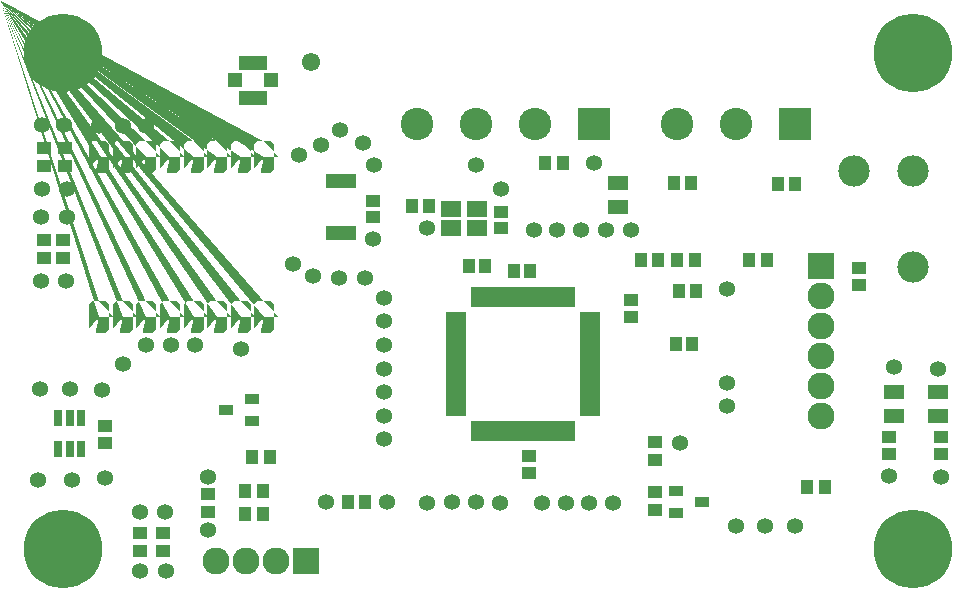
<source format=gts>
G04 DesignSpark PCB Gerber Version 10.0 Build 5299*
G04 #@! TF.Part,Single*
G04 #@! TF.FileFunction,Soldermask,Top*
G04 #@! TF.FilePolarity,Negative*
%FSLAX35Y35*%
%MOIN*%
G04 #@! TA.AperFunction,SMDPad,CuDef*
%ADD103R,0.02457X0.04543*%
%ADD102R,0.03165X0.05724*%
%ADD83R,0.03200X0.06900*%
%ADD92R,0.04071X0.04858*%
%ADD87R,0.04346X0.04937*%
G04 #@! TA.AperFunction,ComponentPad*
%ADD99R,0.10800X0.10800*%
%ADD94R,0.09000X0.09000*%
%ADD96C,0.05331*%
G04 #@! TA.AperFunction,SMDPad,CuDef*
%ADD84R,0.06900X0.03200*%
%ADD89R,0.05134X0.03362*%
%ADD91R,0.04858X0.04071*%
%ADD88R,0.04937X0.04346*%
%ADD93R,0.06512X0.04543*%
G04 #@! TA.AperFunction,ComponentPad*
%ADD98C,0.06118*%
%ADD95C,0.09000*%
%ADD101C,0.10449*%
%ADD100C,0.10800*%
%AMT82*0 Rounded Rectangle Pad at angle 0*4,1,60,-0.01191,-0.05421,0.01191,-0.05421,0.01444,-0.05407,0.01694,-0.05365,0.01937,-0.05294,0.02172,-0.05198,0.02394,-0.05075,0.02601,-0.04928,0.02790,-0.04759,0.02959,-0.04570,0.03106,-0.04363,0.03228,-0.04141,0.03326,-0.03907,0.03396,-0.03663,0.03439,-0.03413,0.03453,-0.03159,0.03453,0.03159,0.03439,0.03412,0.03396,0.03662,0.03326,0.03906,0.03229,0.04140,0.03106,0.04362,0.02959,0.04569,0.02791,0.04758,0.02602,0.04927,0.02395,0.05074,0.02173,0.05197,0.01939,0.05294,0.01695,0.05365,0.01445,0.05407,0.01191,0.05421,-0.01191,0.05421,-0.01444,0.05407,-0.01694,0.05365,-0.01937,0.05294,-0.02172,0.05198,-0.02394,0.05075,-0.02601,0.04928,-0.02790,0.04759,-0.02959,0.04570,-0.03106,0.04363,-0.03228,0.04141,-0.03326,0.03907,-0.03396,0.03663,-0.03439,0.03413,-0.03453,0.03159,-0.03453,-0.03159,-0.03439,-0.03412,-0.03396,-0.03662,-0.03326,-0.03906,-0.03229,-0.04140,-0.03106,-0.04362,-0.02959,-0.04569,-0.02791,-0.04758,-0.02602,-0.04927,-0.02395,-0.05074,-0.02173,-0.05197,-0.01939,-0.05294,-0.01695,-0.05365,-0.01445,-0.05407,-0.01191,-0.05421,0*%
%ADD82T82*%
G04 #@! TA.AperFunction,SMDPad,CuDef*
%ADD86R,0.05134X0.04937*%
%ADD85R,0.09661X0.05134*%
%ADD90R,0.06512X0.05724*%
G04 #@! TA.AperFunction,ComponentPad*
%ADD97C,0.26197*%
G04 #@! TD.AperFunction*
X0Y0D02*
D02*
D82*
X28203Y93557D03*
Y146707D03*
X36077Y93557D03*
Y146707D03*
X43951Y93557D03*
Y146707D03*
X51825Y93557D03*
Y146707D03*
X59699Y93557D03*
Y146707D03*
X67573Y93557D03*
Y146707D03*
X75447Y93557D03*
Y146707D03*
X83321Y93557D03*
Y146707D03*
D02*
D83*
X153793Y55368D03*
Y100250D03*
X156943Y55368D03*
Y100250D03*
X160093Y55368D03*
Y100250D03*
X163242Y55368D03*
Y100250D03*
X166392Y55368D03*
Y100250D03*
X169541Y55368D03*
Y100250D03*
X172691Y55368D03*
Y100250D03*
X175841Y55368D03*
Y100250D03*
X178990Y55368D03*
Y100250D03*
X182140Y55368D03*
Y100250D03*
X185289Y55368D03*
Y100250D03*
D02*
D84*
X147100Y62061D03*
Y65211D03*
Y68360D03*
Y71510D03*
Y74659D03*
Y77809D03*
Y80959D03*
Y84108D03*
Y87258D03*
Y90407D03*
Y93557D03*
X191982Y62061D03*
Y65211D03*
Y68360D03*
Y71510D03*
Y74659D03*
Y77809D03*
Y80959D03*
Y84108D03*
Y87258D03*
Y90407D03*
Y93557D03*
D02*
D85*
X79384Y166490D03*
Y178104D03*
D02*
D86*
X73498Y172297D03*
X85388D03*
D02*
D87*
X76825Y27809D03*
Y35289D03*
X79187Y46707D03*
X82730Y27809D03*
Y35289D03*
X85093Y46707D03*
X111077Y31746D03*
X116982D03*
X176825Y144738D03*
X182730D03*
X208715Y112455D03*
X214620D03*
X219738Y138045D03*
X220919Y112455D03*
X225644Y138045D03*
X226825Y112455D03*
X244935D03*
X250841D03*
X254384Y137652D03*
X260289D03*
X264226Y36864D03*
X270132D03*
D02*
D88*
X9699Y113045D03*
Y118951D03*
Y143754D03*
Y149659D03*
X15998Y113045D03*
Y118951D03*
X16785Y143754D03*
Y149659D03*
X41982Y15407D03*
Y21313D03*
X49463Y15407D03*
Y21313D03*
X64423Y28400D03*
Y34305D03*
X213636Y29187D03*
Y35093D03*
Y45722D03*
Y51628D03*
X281352Y103990D03*
Y109896D03*
X291589Y47691D03*
Y53596D03*
X308911Y47691D03*
Y53596D03*
D02*
D89*
X70329Y62455D03*
X78990Y58715D03*
Y66195D03*
X220329Y28006D03*
Y35486D03*
X228990Y31746D03*
D02*
D90*
X145526Y123085D03*
Y129384D03*
X154187Y123085D03*
Y129384D03*
D02*
D91*
X30171Y51431D03*
Y56943D03*
X119541Y126628D03*
Y132140D03*
X162061Y123085D03*
Y128596D03*
X171510Y41589D03*
Y47100D03*
X205368Y93557D03*
Y99069D03*
D02*
D92*
X132533Y130565D03*
X138045D03*
X151431Y110486D03*
X156943D03*
X166392Y108911D03*
X171904D03*
X220329Y84502D03*
X221510Y102219D03*
X225841Y84502D03*
X227022Y102219D03*
D02*
D93*
X201037Y130171D03*
Y138045D03*
X293163Y60486D03*
Y68360D03*
X307730Y60486D03*
Y68360D03*
D02*
D94*
X97100Y12061D03*
X268754Y110486D03*
D02*
D95*
X67100Y12061D03*
X77100D03*
X87100D03*
X268754Y60486D03*
Y70486D03*
Y80486D03*
Y90486D03*
Y100486D03*
D02*
D96*
X7730Y39226D03*
X8518Y69541D03*
X8911Y105368D03*
Y126628D03*
X9305Y136077D03*
Y157337D03*
X16392D03*
X17179Y105368D03*
X17573Y126628D03*
Y136077D03*
X18360Y69541D03*
X19148Y39226D03*
X28203Y156943D03*
X28990Y69148D03*
X30171Y39620D03*
X36077Y77809D03*
Y156943D03*
X41982Y8911D03*
Y28596D03*
X43951Y84108D03*
Y156943D03*
X50250Y28596D03*
X50644Y8911D03*
X52219Y84108D03*
X59699Y156943D03*
X60093Y84108D03*
X64423Y22297D03*
Y40014D03*
X67573Y156943D03*
X75447Y82927D03*
X92770Y111274D03*
X94738Y147494D03*
X99463Y106943D03*
X102219Y150644D03*
X103793Y31746D03*
X108124Y106549D03*
X108518Y155762D03*
X115998Y151431D03*
X116785Y106549D03*
X119541Y119541D03*
X119935Y143951D03*
X123085Y52612D03*
Y60486D03*
Y68360D03*
Y76234D03*
Y84108D03*
Y91982D03*
Y99856D03*
X124266Y31746D03*
X137652Y31352D03*
Y123085D03*
X145919Y31746D03*
X153793D03*
Y143951D03*
X161667Y31352D03*
X162061Y136077D03*
X173085Y122297D03*
X175841Y31352D03*
X180959Y122297D03*
X183715Y31352D03*
X188833Y122297D03*
X191589Y31352D03*
X193163Y144738D03*
X197100Y122297D03*
X199463Y31352D03*
X205368Y122297D03*
X221904Y51431D03*
X237652Y63636D03*
Y71510D03*
Y102612D03*
X240407Y23872D03*
X250250D03*
X260093D03*
X291589Y40407D03*
X293163Y76628D03*
X307730Y76234D03*
X308911Y40014D03*
D02*
D97*
X15998Y15998D03*
Y181352D03*
X299463Y15998D03*
Y181352D03*
D02*
D98*
X98675Y178596D03*
D02*
D99*
X193163Y157730D03*
X260093D03*
D02*
D100*
X134108D03*
X153793D03*
X173478D03*
X220722D03*
X240407D03*
D02*
D101*
X279778Y141982D03*
X299463Y110093D03*
Y141982D03*
D02*
D102*
X14620Y49463D03*
Y59699D03*
X18360Y49463D03*
Y59699D03*
X22100Y49463D03*
Y59699D03*
D02*
D103*
X104974Y121510D03*
Y138833D03*
X106943Y121510D03*
Y138833D03*
X108911Y121510D03*
Y138833D03*
X110880Y121510D03*
Y138833D03*
X112848Y121510D03*
Y138833D03*
X0Y0D02*
M02*

</source>
